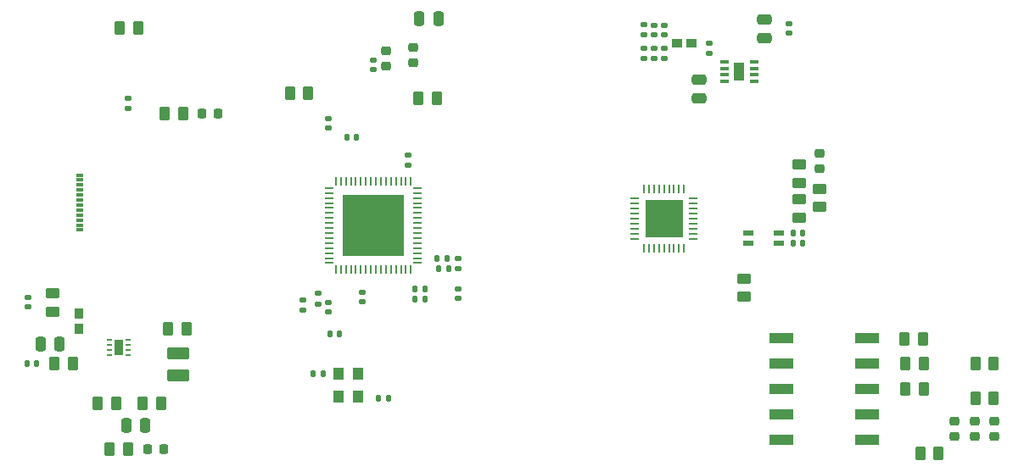
<source format=gbr>
%TF.GenerationSoftware,KiCad,Pcbnew,8.0.2*%
%TF.CreationDate,2025-01-31T23:59:09-08:00*%
%TF.ProjectId,design_revb_2chip,64657369-676e-45f7-9265-76625f326368,rev?*%
%TF.SameCoordinates,Original*%
%TF.FileFunction,Paste,Top*%
%TF.FilePolarity,Positive*%
%FSLAX46Y46*%
G04 Gerber Fmt 4.6, Leading zero omitted, Abs format (unit mm)*
G04 Created by KiCad (PCBNEW 8.0.2) date 2025-01-31 23:59:09*
%MOMM*%
%LPD*%
G01*
G04 APERTURE LIST*
G04 Aperture macros list*
%AMRoundRect*
0 Rectangle with rounded corners*
0 $1 Rounding radius*
0 $2 $3 $4 $5 $6 $7 $8 $9 X,Y pos of 4 corners*
0 Add a 4 corners polygon primitive as box body*
4,1,4,$2,$3,$4,$5,$6,$7,$8,$9,$2,$3,0*
0 Add four circle primitives for the rounded corners*
1,1,$1+$1,$2,$3*
1,1,$1+$1,$4,$5*
1,1,$1+$1,$6,$7*
1,1,$1+$1,$8,$9*
0 Add four rect primitives between the rounded corners*
20,1,$1+$1,$2,$3,$4,$5,0*
20,1,$1+$1,$4,$5,$6,$7,0*
20,1,$1+$1,$6,$7,$8,$9,0*
20,1,$1+$1,$8,$9,$2,$3,0*%
G04 Aperture macros list end*
%ADD10C,0.000000*%
%ADD11RoundRect,0.250000X0.475000X-0.250000X0.475000X0.250000X-0.475000X0.250000X-0.475000X-0.250000X0*%
%ADD12RoundRect,0.250000X-0.475000X0.250000X-0.475000X-0.250000X0.475000X-0.250000X0.475000X0.250000X0*%
%ADD13RoundRect,0.250000X0.250000X0.475000X-0.250000X0.475000X-0.250000X-0.475000X0.250000X-0.475000X0*%
%ADD14RoundRect,0.140000X-0.170000X0.140000X-0.170000X-0.140000X0.170000X-0.140000X0.170000X0.140000X0*%
%ADD15RoundRect,0.218750X-0.256250X0.218750X-0.256250X-0.218750X0.256250X-0.218750X0.256250X0.218750X0*%
%ADD16RoundRect,0.250000X-0.250000X-0.475000X0.250000X-0.475000X0.250000X0.475000X-0.250000X0.475000X0*%
%ADD17RoundRect,0.250000X0.262500X0.450000X-0.262500X0.450000X-0.262500X-0.450000X0.262500X-0.450000X0*%
%ADD18RoundRect,0.218750X0.218750X0.256250X-0.218750X0.256250X-0.218750X-0.256250X0.218750X-0.256250X0*%
%ADD19R,0.499999X0.249999*%
%ADD20R,0.900001X1.599999*%
%ADD21R,1.050000X0.600000*%
%ADD22R,0.700000X0.320000*%
%ADD23RoundRect,0.140000X-0.140000X-0.170000X0.140000X-0.170000X0.140000X0.170000X-0.140000X0.170000X0*%
%ADD24RoundRect,0.250000X0.450000X-0.262500X0.450000X0.262500X-0.450000X0.262500X-0.450000X-0.262500X0*%
%ADD25RoundRect,0.135000X0.135000X0.185000X-0.135000X0.185000X-0.135000X-0.185000X0.135000X-0.185000X0*%
%ADD26RoundRect,0.250000X-0.850000X0.375000X-0.850000X-0.375000X0.850000X-0.375000X0.850000X0.375000X0*%
%ADD27RoundRect,0.250000X-0.262500X-0.450000X0.262500X-0.450000X0.262500X0.450000X-0.262500X0.450000X0*%
%ADD28RoundRect,0.250000X-0.450000X0.262500X-0.450000X-0.262500X0.450000X-0.262500X0.450000X0.262500X0*%
%ADD29R,1.000000X0.970000*%
%ADD30RoundRect,0.218750X0.256250X-0.218750X0.256250X0.218750X-0.256250X0.218750X-0.256250X-0.218750X0*%
%ADD31RoundRect,0.225000X0.250000X-0.225000X0.250000X0.225000X-0.250000X0.225000X-0.250000X-0.225000X0*%
%ADD32R,2.438400X1.117600*%
%ADD33RoundRect,0.218750X-0.218750X-0.256250X0.218750X-0.256250X0.218750X0.256250X-0.218750X0.256250X0*%
%ADD34RoundRect,0.140000X0.170000X-0.140000X0.170000X0.140000X-0.170000X0.140000X-0.170000X-0.140000X0*%
%ADD35RoundRect,0.140000X0.140000X0.170000X-0.140000X0.170000X-0.140000X-0.170000X0.140000X-0.170000X0*%
%ADD36R,1.041400X1.219200*%
%ADD37R,0.970000X1.000000*%
%ADD38R,0.254000X0.812800*%
%ADD39R,0.812800X0.254000*%
%ADD40R,3.708400X3.708400*%
%ADD41RoundRect,0.135000X0.185000X-0.135000X0.185000X0.135000X-0.185000X0.135000X-0.185000X-0.135000X0*%
%ADD42R,0.931065X0.302473*%
%ADD43R,6.096000X6.096000*%
G04 APERTURE END LIST*
D10*
%TO.C,U2*%
G36*
X165514499Y-89132995D02*
G01*
X164660501Y-89132995D01*
X164660501Y-87666996D01*
X165514499Y-87666996D01*
X165514499Y-89132995D01*
G37*
%TO.C,U4*%
G36*
X219400000Y-75400000D02*
G01*
X217745800Y-75400000D01*
X217745800Y-73745800D01*
X219400000Y-73745800D01*
X219400000Y-75400000D01*
G37*
G36*
X219400000Y-77254200D02*
G01*
X217745800Y-77254200D01*
X217745800Y-75600000D01*
X219400000Y-75600000D01*
X219400000Y-77254200D01*
G37*
G36*
X221254200Y-75400000D02*
G01*
X219600000Y-75400000D01*
X219600000Y-73745800D01*
X221254200Y-73745800D01*
X221254200Y-75400000D01*
G37*
G36*
X221254200Y-77254200D02*
G01*
X219600000Y-77254200D01*
X219600000Y-75600000D01*
X221254200Y-75600000D01*
X221254200Y-77254200D01*
G37*
%TO.C,U5*%
G36*
X227499999Y-61700001D02*
G01*
X226500001Y-61700001D01*
X226500001Y-59950001D01*
X227499999Y-59950001D01*
X227499999Y-61700001D01*
G37*
%TO.C,U1*%
G36*
X188876000Y-74576000D02*
G01*
X187552000Y-74576000D01*
X187552000Y-73252000D01*
X188876000Y-73252000D01*
X188876000Y-74576000D01*
G37*
G36*
X188876000Y-76100000D02*
G01*
X187552000Y-76100000D01*
X187552000Y-74776000D01*
X188876000Y-74776000D01*
X188876000Y-76100000D01*
G37*
G36*
X188876000Y-77624000D02*
G01*
X187552000Y-77624000D01*
X187552000Y-76300000D01*
X188876000Y-76300000D01*
X188876000Y-77624000D01*
G37*
G36*
X188876000Y-79148000D02*
G01*
X187552000Y-79148000D01*
X187552000Y-77824000D01*
X188876000Y-77824000D01*
X188876000Y-79148000D01*
G37*
G36*
X190400000Y-74576000D02*
G01*
X189076000Y-74576000D01*
X189076000Y-73252000D01*
X190400000Y-73252000D01*
X190400000Y-74576000D01*
G37*
G36*
X190400000Y-76100000D02*
G01*
X189076000Y-76100000D01*
X189076000Y-74776000D01*
X190400000Y-74776000D01*
X190400000Y-76100000D01*
G37*
G36*
X190400000Y-77624000D02*
G01*
X189076000Y-77624000D01*
X189076000Y-76300000D01*
X190400000Y-76300000D01*
X190400000Y-77624000D01*
G37*
G36*
X190400000Y-79148000D02*
G01*
X189076000Y-79148000D01*
X189076000Y-77824000D01*
X190400000Y-77824000D01*
X190400000Y-79148000D01*
G37*
G36*
X191924000Y-74576000D02*
G01*
X190600000Y-74576000D01*
X190600000Y-73252000D01*
X191924000Y-73252000D01*
X191924000Y-74576000D01*
G37*
G36*
X191924000Y-76100000D02*
G01*
X190600000Y-76100000D01*
X190600000Y-74776000D01*
X191924000Y-74776000D01*
X191924000Y-76100000D01*
G37*
G36*
X191924000Y-77624000D02*
G01*
X190600000Y-77624000D01*
X190600000Y-76300000D01*
X191924000Y-76300000D01*
X191924000Y-77624000D01*
G37*
G36*
X191924000Y-79148000D02*
G01*
X190600000Y-79148000D01*
X190600000Y-77824000D01*
X191924000Y-77824000D01*
X191924000Y-79148000D01*
G37*
G36*
X193448000Y-74576000D02*
G01*
X192124000Y-74576000D01*
X192124000Y-73252000D01*
X193448000Y-73252000D01*
X193448000Y-74576000D01*
G37*
G36*
X193448000Y-76100000D02*
G01*
X192124000Y-76100000D01*
X192124000Y-74776000D01*
X193448000Y-74776000D01*
X193448000Y-76100000D01*
G37*
G36*
X193448000Y-77624000D02*
G01*
X192124000Y-77624000D01*
X192124000Y-76300000D01*
X193448000Y-76300000D01*
X193448000Y-77624000D01*
G37*
G36*
X193448000Y-79148000D02*
G01*
X192124000Y-79148000D01*
X192124000Y-77824000D01*
X193448000Y-77824000D01*
X193448000Y-79148000D01*
G37*
%TD*%
D11*
%TO.C,C49*%
X223000000Y-63500000D03*
X223000000Y-61600000D03*
%TD*%
D12*
%TO.C,C33*%
X229500000Y-55600000D03*
X229500000Y-57500000D03*
%TD*%
D13*
%TO.C,C16*%
X159192500Y-88000000D03*
X157292500Y-88000000D03*
%TD*%
D14*
%TO.C,C3*%
X199000000Y-82540000D03*
X199000000Y-83500000D03*
%TD*%
%TO.C,C34*%
X232000000Y-56000000D03*
X232000000Y-56960000D03*
%TD*%
D15*
%TO.C,L1*%
X194500000Y-58387500D03*
X194500000Y-59962500D03*
%TD*%
D13*
%TO.C,C21*%
X167726801Y-96198708D03*
X165826801Y-96198708D03*
%TD*%
D16*
%TO.C,C13*%
X195100000Y-55500000D03*
X197000000Y-55500000D03*
%TD*%
D14*
%TO.C,C46*%
X217500000Y-56162074D03*
X217500000Y-57122074D03*
%TD*%
D17*
%TO.C,R28*%
X245412500Y-90000000D03*
X243587500Y-90000000D03*
%TD*%
D14*
%TO.C,C41*%
X218500000Y-56175000D03*
X218500000Y-57135000D03*
%TD*%
D18*
%TO.C,D1*%
X175000000Y-65000000D03*
X173425000Y-65000000D03*
%TD*%
D19*
%TO.C,U2*%
X164137499Y-87649998D03*
X164137499Y-88149997D03*
X164137499Y-88649999D03*
X164137499Y-89149997D03*
X166037501Y-89149997D03*
X166037501Y-88649999D03*
X166037501Y-88149997D03*
X166037501Y-87649998D03*
D20*
X165087500Y-88399996D03*
%TD*%
D21*
%TO.C,FL1*%
X227950000Y-77946400D03*
X231000000Y-77946400D03*
X231000000Y-76946400D03*
X227950000Y-76946400D03*
%TD*%
D14*
%TO.C,C42*%
X218500000Y-58520000D03*
X218500000Y-59480000D03*
%TD*%
D17*
%TO.C,R29*%
X245412500Y-92500000D03*
X243587500Y-92500000D03*
%TD*%
D15*
%TO.C,D5*%
X248500000Y-95712500D03*
X248500000Y-97287500D03*
%TD*%
D22*
%TO.C,J4*%
X161160000Y-71150000D03*
X161160000Y-71650000D03*
X161160000Y-72150000D03*
X161160000Y-72650000D03*
X161160000Y-73150000D03*
X161160000Y-73650000D03*
X161160000Y-74150000D03*
X161160000Y-74650000D03*
X161160000Y-75150000D03*
X161160000Y-75650000D03*
X161160000Y-76150000D03*
X161160000Y-76650000D03*
%TD*%
D23*
%TO.C,C27*%
X232365000Y-77946400D03*
X233325000Y-77946400D03*
%TD*%
D24*
%TO.C,R18*%
X233000000Y-75412500D03*
X233000000Y-73587500D03*
%TD*%
D25*
%TO.C,R8*%
X198020000Y-80500000D03*
X197000000Y-80500000D03*
%TD*%
D17*
%TO.C,R3*%
X196825000Y-63500000D03*
X195000000Y-63500000D03*
%TD*%
D26*
%TO.C,L2*%
X171000000Y-89000000D03*
X171000000Y-91150000D03*
%TD*%
D27*
%TO.C,R14*%
X164175000Y-98500000D03*
X166000000Y-98500000D03*
%TD*%
D28*
%TO.C,R16*%
X227500000Y-81500000D03*
X227500000Y-83325000D03*
%TD*%
D23*
%TO.C,C6*%
X194675000Y-82500000D03*
X195635000Y-82500000D03*
%TD*%
D14*
%TO.C,C5*%
X189424407Y-82859365D03*
X189424407Y-83819365D03*
%TD*%
D29*
%TO.C,FL3*%
X222235000Y-58000000D03*
X220765000Y-58000000D03*
%TD*%
D30*
%TO.C,D3*%
X250500000Y-97287500D03*
X250500000Y-95712500D03*
%TD*%
D14*
%TO.C,C14*%
X199000000Y-79520000D03*
X199000000Y-80480000D03*
%TD*%
D31*
%TO.C,C18*%
X191768206Y-60257971D03*
X191768206Y-58707971D03*
%TD*%
D23*
%TO.C,C26*%
X191020000Y-93500000D03*
X191980000Y-93500000D03*
%TD*%
D32*
%TO.C,U6*%
X231194700Y-87420000D03*
X231194700Y-89960000D03*
X231194700Y-92500000D03*
X231194700Y-95040000D03*
X231194700Y-97580000D03*
X239805300Y-97580000D03*
X239805300Y-95040000D03*
X239805300Y-92500000D03*
X239805300Y-89960000D03*
X239805300Y-87420000D03*
%TD*%
D33*
%TO.C,D2*%
X168000000Y-98500000D03*
X169575000Y-98500000D03*
%TD*%
D34*
%TO.C,C8*%
X186000000Y-66480000D03*
X186000000Y-65520000D03*
%TD*%
D27*
%TO.C,R4*%
X169675000Y-65000000D03*
X171500000Y-65000000D03*
%TD*%
D35*
%TO.C,C17*%
X156912500Y-90000000D03*
X155952500Y-90000000D03*
%TD*%
D24*
%TO.C,R15*%
X158500000Y-84825000D03*
X158500000Y-83000000D03*
%TD*%
D23*
%TO.C,C2*%
X194681226Y-83510416D03*
X195641226Y-83510416D03*
%TD*%
D35*
%TO.C,C7*%
X187135000Y-87000000D03*
X186175000Y-87000000D03*
%TD*%
D36*
%TO.C,XTAL1*%
X187018800Y-91000000D03*
X187018800Y-93286000D03*
X189000000Y-93286000D03*
X189000000Y-91000000D03*
%TD*%
D35*
%TO.C,C24*%
X185480000Y-91000000D03*
X184520000Y-91000000D03*
%TD*%
D37*
%TO.C,FB2*%
X161087500Y-86500000D03*
X161087500Y-85030000D03*
%TD*%
D27*
%TO.C,R12*%
X163000000Y-94000000D03*
X164825000Y-94000000D03*
%TD*%
D23*
%TO.C,C20*%
X196865000Y-79500000D03*
X197825000Y-79500000D03*
%TD*%
D27*
%TO.C,R13*%
X165175000Y-56500000D03*
X167000000Y-56500000D03*
%TD*%
D35*
%TO.C,C10*%
X188825000Y-67345000D03*
X187865000Y-67345000D03*
%TD*%
D38*
%TO.C,U4*%
X217499999Y-78446400D03*
X218000000Y-78446400D03*
X218499999Y-78446400D03*
X219000001Y-78446400D03*
X219500000Y-78446400D03*
X219999999Y-78446400D03*
X220500001Y-78446400D03*
X221000000Y-78446400D03*
X221500001Y-78446400D03*
D39*
X222446400Y-77500001D03*
X222446400Y-77000000D03*
X222446400Y-76500001D03*
X222446400Y-75999999D03*
X222446400Y-75500000D03*
X222446400Y-75000001D03*
X222446400Y-74499999D03*
X222446400Y-74000000D03*
X222446400Y-73499999D03*
D38*
X221500001Y-72553600D03*
X221000000Y-72553600D03*
X220500001Y-72553600D03*
X219999999Y-72553600D03*
X219500000Y-72553600D03*
X219000001Y-72553600D03*
X218499999Y-72553600D03*
X218000000Y-72553600D03*
X217499999Y-72553600D03*
D39*
X216553600Y-73499999D03*
X216553600Y-74000000D03*
X216553600Y-74499999D03*
X216553600Y-75000001D03*
X216553600Y-75500000D03*
X216553600Y-75999999D03*
X216553600Y-76500001D03*
X216553600Y-77000000D03*
X216553600Y-77500001D03*
D40*
X219500000Y-75500000D03*
%TD*%
D27*
%TO.C,R2*%
X158675000Y-90000000D03*
X160500000Y-90000000D03*
%TD*%
D15*
%TO.C,D4*%
X252500000Y-95712500D03*
X252500000Y-97287500D03*
%TD*%
D14*
%TO.C,C38*%
X219500000Y-58520000D03*
X219500000Y-59480000D03*
%TD*%
D41*
%TO.C,R6*%
X185000000Y-84020000D03*
X185000000Y-83000000D03*
%TD*%
D34*
%TO.C,C15*%
X194000000Y-70135000D03*
X194000000Y-69175000D03*
%TD*%
D27*
%TO.C,R26*%
X250587500Y-90000000D03*
X252412500Y-90000000D03*
%TD*%
D17*
%TO.C,R23*%
X246912500Y-99000000D03*
X245087500Y-99000000D03*
%TD*%
D14*
%TO.C,C22*%
X186000000Y-83865000D03*
X186000000Y-84825000D03*
%TD*%
D27*
%TO.C,R11*%
X167500000Y-94000000D03*
X169325000Y-94000000D03*
%TD*%
D14*
%TO.C,C1*%
X183500000Y-83675000D03*
X183500000Y-84635000D03*
%TD*%
D35*
%TO.C,C28*%
X233325000Y-76946400D03*
X232365000Y-76946400D03*
%TD*%
D14*
%TO.C,C23*%
X166000000Y-63520000D03*
X166000000Y-64480000D03*
%TD*%
D27*
%TO.C,R9*%
X170000000Y-86500000D03*
X171825000Y-86500000D03*
%TD*%
D34*
%TO.C,C31*%
X224000000Y-58980000D03*
X224000000Y-58020000D03*
%TD*%
%TO.C,C19*%
X190500000Y-60635000D03*
X190500000Y-59675000D03*
%TD*%
D17*
%TO.C,R5*%
X184000000Y-63000000D03*
X182175000Y-63000000D03*
%TD*%
D14*
%TO.C,C25*%
X156000000Y-83365000D03*
X156000000Y-84325000D03*
%TD*%
%TO.C,C47*%
X217500000Y-58520000D03*
X217500000Y-59480000D03*
%TD*%
%TO.C,C37*%
X219500000Y-56200000D03*
X219500000Y-57160000D03*
%TD*%
D42*
%TO.C,U5*%
X225509467Y-59850002D03*
X225509467Y-60500000D03*
X225509467Y-61150002D03*
X225509467Y-61800000D03*
X228490533Y-61800000D03*
X228490533Y-61150002D03*
X228490533Y-60500000D03*
X228490533Y-59850002D03*
%TD*%
D31*
%TO.C,C29*%
X235000000Y-70550000D03*
X235000000Y-69000000D03*
%TD*%
D39*
%TO.C,U1*%
X194894200Y-79950000D03*
X194894200Y-79450001D03*
X194894200Y-78950000D03*
X194894200Y-78450001D03*
X194894200Y-77949999D03*
X194894200Y-77450000D03*
X194894200Y-76950001D03*
X194894200Y-76450000D03*
X194894200Y-75950000D03*
X194894200Y-75449999D03*
X194894200Y-74950000D03*
X194894200Y-74450001D03*
X194894200Y-73949999D03*
X194894200Y-73450000D03*
X194894200Y-72949999D03*
X194894200Y-72450000D03*
D38*
X194250000Y-71805800D03*
X193750001Y-71805800D03*
X193250000Y-71805800D03*
X192750001Y-71805800D03*
X192249999Y-71805800D03*
X191750000Y-71805800D03*
X191250001Y-71805800D03*
X190750000Y-71805800D03*
X190250000Y-71805800D03*
X189749999Y-71805800D03*
X189250000Y-71805800D03*
X188750001Y-71805800D03*
X188249999Y-71805800D03*
X187750000Y-71805800D03*
X187249999Y-71805800D03*
X186750000Y-71805800D03*
D39*
X186105800Y-72450000D03*
X186105800Y-72949999D03*
X186105800Y-73450000D03*
X186105800Y-73949999D03*
X186105800Y-74450001D03*
X186105800Y-74950000D03*
X186105800Y-75449999D03*
X186105800Y-75950000D03*
X186105800Y-76450000D03*
X186105800Y-76950001D03*
X186105800Y-77450000D03*
X186105800Y-77949999D03*
X186105800Y-78450001D03*
X186105800Y-78950000D03*
X186105800Y-79450001D03*
X186105800Y-79950000D03*
D38*
X186750000Y-80594200D03*
X187249999Y-80594200D03*
X187750000Y-80594200D03*
X188249999Y-80594200D03*
X188750001Y-80594200D03*
X189250000Y-80594200D03*
X189749999Y-80594200D03*
X190250000Y-80594200D03*
X190750000Y-80594200D03*
X191250001Y-80594200D03*
X191750000Y-80594200D03*
X192249999Y-80594200D03*
X192750001Y-80594200D03*
X193250000Y-80594200D03*
X193750001Y-80594200D03*
X194250000Y-80594200D03*
D43*
X190500000Y-76200000D03*
%TD*%
D17*
%TO.C,R25*%
X252412500Y-93500000D03*
X250587500Y-93500000D03*
%TD*%
D24*
%TO.C,R17*%
X235037195Y-74331688D03*
X235037195Y-72506688D03*
%TD*%
D17*
%TO.C,R27*%
X245325000Y-87500000D03*
X243500000Y-87500000D03*
%TD*%
D24*
%TO.C,R19*%
X233000000Y-71912500D03*
X233000000Y-70087500D03*
%TD*%
M02*

</source>
